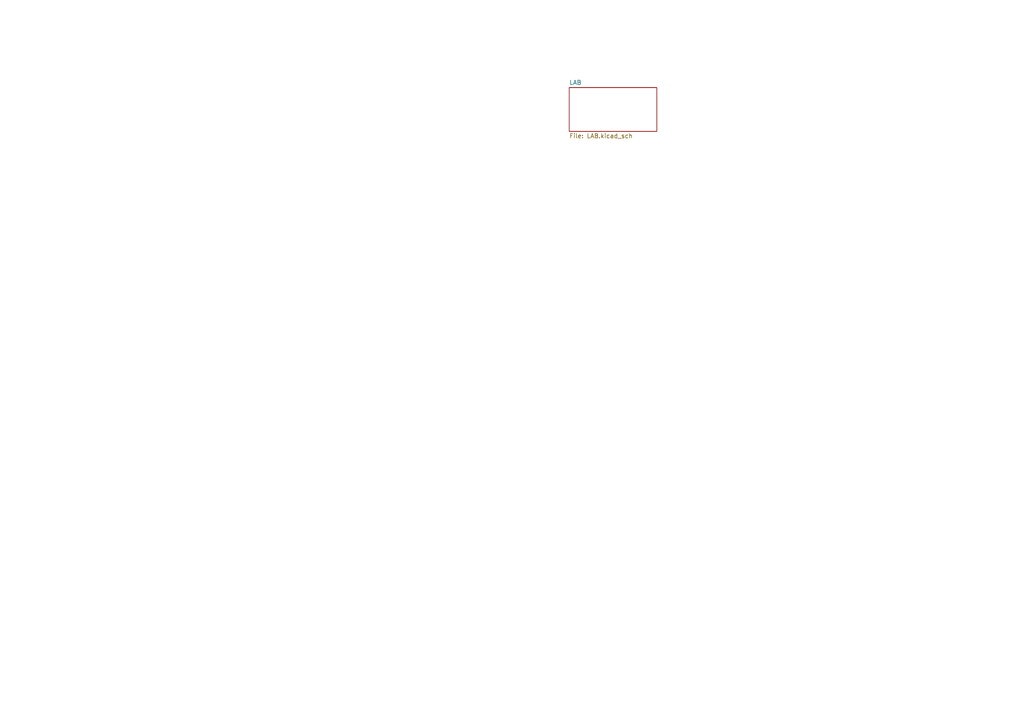
<source format=kicad_sch>
(kicad_sch (version 20211123) (generator eeschema)
  (paper "A4")
  (lib_symbols)
  (sheet (at 165.1 25.4) (size 25.4 12.7)
    (property "Sheet name" "LAB" (at 165.1 24.6884 0) (effects (justify left bottom)))
    (property "Sheet file" "LAB.kicad_sch" (at 165.1 38.6846 0) (effects (justify left top)))
  )
)
</source>
